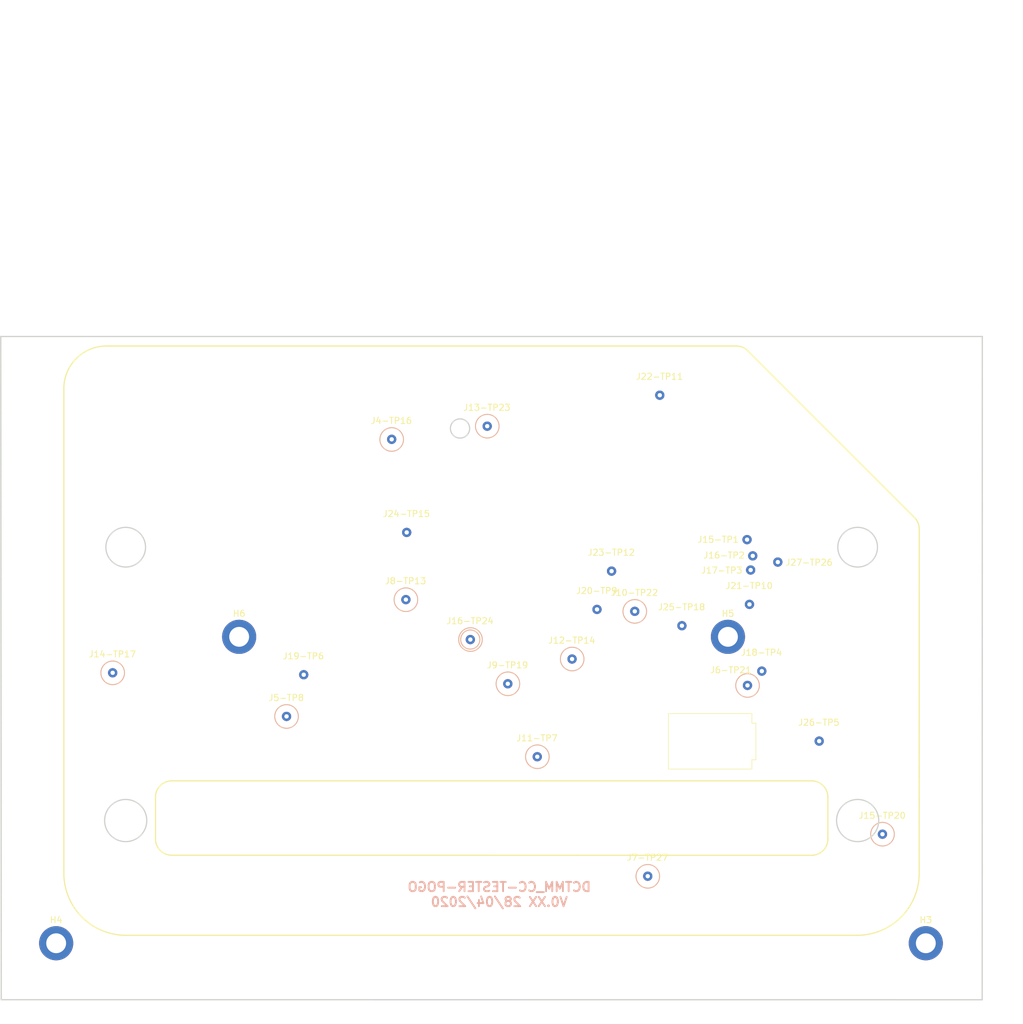
<source format=kicad_pcb>
(kicad_pcb (version 20171130) (host pcbnew "(5.1.5)-3")

  (general
    (thickness 1)
    (drawings 70)
    (tracks 0)
    (zones 0)
    (modules 30)
    (nets 27)
  )

  (page A4)
  (layers
    (0 F.Cu signal)
    (31 B.Cu signal)
    (32 B.Adhes user)
    (33 F.Adhes user)
    (34 B.Paste user)
    (35 F.Paste user)
    (36 B.SilkS user)
    (37 F.SilkS user)
    (38 B.Mask user)
    (39 F.Mask user)
    (40 Dwgs.User user)
    (41 Cmts.User user)
    (42 Eco1.User user)
    (43 Eco2.User user)
    (44 Edge.Cuts user)
    (45 Margin user)
    (46 B.CrtYd user)
    (47 F.CrtYd user)
    (48 B.Fab user)
    (49 F.Fab user)
  )

  (setup
    (last_trace_width 0.4)
    (user_trace_width 0.4)
    (trace_clearance 0.2)
    (zone_clearance 0.208)
    (zone_45_only no)
    (trace_min 0.2)
    (via_size 0.8)
    (via_drill 0.4)
    (via_min_size 0.4)
    (via_min_drill 0.3)
    (uvia_size 0.3)
    (uvia_drill 0.1)
    (uvias_allowed no)
    (uvia_min_size 0.2)
    (uvia_min_drill 0.1)
    (edge_width 0.2)
    (segment_width 0.2)
    (pcb_text_width 0.3)
    (pcb_text_size 1.5 1.5)
    (mod_edge_width 0.15)
    (mod_text_size 1 1)
    (mod_text_width 0.15)
    (pad_size 1.05 0.95)
    (pad_drill 0)
    (pad_to_mask_clearance 0.051)
    (solder_mask_min_width 0.25)
    (aux_axis_origin 0 0)
    (visible_elements 7FFDFFFF)
    (pcbplotparams
      (layerselection 0x010fc_ffffffff)
      (usegerberextensions true)
      (usegerberattributes false)
      (usegerberadvancedattributes false)
      (creategerberjobfile false)
      (excludeedgelayer false)
      (linewidth 0.150000)
      (plotframeref false)
      (viasonmask false)
      (mode 1)
      (useauxorigin true)
      (hpglpennumber 1)
      (hpglpenspeed 20)
      (hpglpendiameter 15.000000)
      (psnegative false)
      (psa4output false)
      (plotreference true)
      (plotvalue true)
      (plotinvisibletext false)
      (padsonsilk true)
      (subtractmaskfromsilk false)
      (outputformat 1)
      (mirror false)
      (drillshape 0)
      (scaleselection 1)
      (outputdirectory "gerber/V02/"))
  )

  (net 0 "")
  (net 1 GND)
  (net 2 "Net-(J15-Pad14)")
  (net 3 "Net-(J15-Pad13)")
  (net 4 "Net-(J15-Pad11)")
  (net 5 "Net-(J15-Pad10)")
  (net 6 "Net-(J15-Pad9)")
  (net 7 "Net-(J15-Pad8)")
  (net 8 "Net-(J15-Pad7)")
  (net 9 "Net-(J15-Pad6)")
  (net 10 "Net-(J15-Pad5)")
  (net 11 "Net-(J15-Pad3)")
  (net 12 "Net-(J15-Pad2)")
  (net 13 "Net-(J10-TP22-Pad1)")
  (net 14 "Net-(J11-TP7-Pad1)")
  (net 15 "Net-(J12-TP14-Pad1)")
  (net 16 "Net-(J13-TP23-Pad1)")
  (net 17 "Net-(J14-TP17-Pad1)")
  (net 18 "Net-(J15-TP20-Pad1)")
  (net 19 "Net-(J5-TP8-Pad1)")
  (net 20 "Net-(J6-TP21-Pad1)")
  (net 21 "Net-(J8-TP13-Pad1)")
  (net 22 "Net-(J9-TP19-Pad1)")
  (net 23 "Net-(D1-Pad1)")
  (net 24 /testpoints/TP5)
  (net 25 /testpoints/TP4)
  (net 26 /4067/RELAY12V)

  (net_class Default "This is the default net class."
    (clearance 0.2)
    (trace_width 0.25)
    (via_dia 0.8)
    (via_drill 0.4)
    (uvia_dia 0.3)
    (uvia_drill 0.1)
    (add_net /4067/RELAY12V)
    (add_net /testpoints/TP4)
    (add_net /testpoints/TP5)
    (add_net GND)
    (add_net "Net-(D1-Pad1)")
    (add_net "Net-(J10-TP22-Pad1)")
    (add_net "Net-(J11-TP7-Pad1)")
    (add_net "Net-(J12-TP14-Pad1)")
    (add_net "Net-(J13-TP23-Pad1)")
    (add_net "Net-(J14-TP17-Pad1)")
    (add_net "Net-(J15-Pad10)")
    (add_net "Net-(J15-Pad11)")
    (add_net "Net-(J15-Pad13)")
    (add_net "Net-(J15-Pad14)")
    (add_net "Net-(J15-Pad2)")
    (add_net "Net-(J15-Pad3)")
    (add_net "Net-(J15-Pad5)")
    (add_net "Net-(J15-Pad6)")
    (add_net "Net-(J15-Pad7)")
    (add_net "Net-(J15-Pad8)")
    (add_net "Net-(J15-Pad9)")
    (add_net "Net-(J15-TP20-Pad1)")
    (add_net "Net-(J5-TP8-Pad1)")
    (add_net "Net-(J6-TP21-Pad1)")
    (add_net "Net-(J8-TP13-Pad1)")
    (add_net "Net-(J9-TP19-Pad1)")
  )

  (net_class rf ""
    (clearance 0.2)
    (trace_width 0.3)
    (via_dia 0.8)
    (via_drill 0.4)
    (uvia_dia 0.3)
    (uvia_drill 0.1)
  )

  (module MountingHole:MountingHole_3.2mm_M3_ISO14580_Pad (layer F.Cu) (tedit 56D1B4CB) (tstamp 5E874EF9)
    (at 115.5 111.9)
    (descr "Mounting Hole 3.2mm, M3, ISO14580")
    (tags "mounting hole 3.2mm m3 iso14580")
    (path /5E877F41)
    (attr virtual)
    (fp_text reference H6 (at 0 -3.75) (layer F.SilkS)
      (effects (font (size 1 1) (thickness 0.15)))
    )
    (fp_text value MountingHole (at 0 3.75) (layer F.Fab)
      (effects (font (size 1 1) (thickness 0.15)))
    )
    (fp_circle (center 0 0) (end 3 0) (layer F.CrtYd) (width 0.05))
    (fp_circle (center 0 0) (end 2.75 0) (layer Cmts.User) (width 0.15))
    (fp_text user %R (at 0.3 0) (layer F.Fab)
      (effects (font (size 1 1) (thickness 0.15)))
    )
    (pad 1 thru_hole circle (at 0 0) (size 5.5 5.5) (drill 3.2) (layers *.Cu *.Mask))
  )

  (module MountingHole:MountingHole_3.2mm_M3_ISO14580_Pad (layer F.Cu) (tedit 56D1B4CB) (tstamp 5E874EF1)
    (at 194.3 111.9)
    (descr "Mounting Hole 3.2mm, M3, ISO14580")
    (tags "mounting hole 3.2mm m3 iso14580")
    (path /5E877F47)
    (attr virtual)
    (fp_text reference H5 (at 0 -3.75) (layer F.SilkS)
      (effects (font (size 1 1) (thickness 0.15)))
    )
    (fp_text value MountingHole (at 0 3.75) (layer F.Fab)
      (effects (font (size 1 1) (thickness 0.15)))
    )
    (fp_circle (center 0 0) (end 3 0) (layer F.CrtYd) (width 0.05))
    (fp_circle (center 0 0) (end 2.75 0) (layer Cmts.User) (width 0.15))
    (fp_text user %R (at 0.3 0) (layer F.Fab)
      (effects (font (size 1 1) (thickness 0.15)))
    )
    (pad 1 thru_hole circle (at 0 0) (size 5.5 5.5) (drill 3.2) (layers *.Cu *.Mask))
  )

  (module MountingHole:MountingHole_3.2mm_M3_ISO14580_Pad (layer F.Cu) (tedit 56D1B4CB) (tstamp 5E874EE9)
    (at 86 161.3)
    (descr "Mounting Hole 3.2mm, M3, ISO14580")
    (tags "mounting hole 3.2mm m3 iso14580")
    (path /5E870C6C)
    (attr virtual)
    (fp_text reference H4 (at 0 -3.75) (layer F.SilkS)
      (effects (font (size 1 1) (thickness 0.15)))
    )
    (fp_text value MountingHole (at 0 3.75) (layer F.Fab)
      (effects (font (size 1 1) (thickness 0.15)))
    )
    (fp_circle (center 0 0) (end 3 0) (layer F.CrtYd) (width 0.05))
    (fp_circle (center 0 0) (end 2.75 0) (layer Cmts.User) (width 0.15))
    (fp_text user %R (at 0.3 0) (layer F.Fab)
      (effects (font (size 1 1) (thickness 0.15)))
    )
    (pad 1 thru_hole circle (at 0 0) (size 5.5 5.5) (drill 3.2) (layers *.Cu *.Mask))
  )

  (module MountingHole:MountingHole_3.2mm_M3_ISO14580_Pad (layer F.Cu) (tedit 56D1B4CB) (tstamp 5E874EE1)
    (at 226.2 161.3)
    (descr "Mounting Hole 3.2mm, M3, ISO14580")
    (tags "mounting hole 3.2mm m3 iso14580")
    (path /5E86F871)
    (attr virtual)
    (fp_text reference H3 (at 0 -3.75) (layer F.SilkS)
      (effects (font (size 1 1) (thickness 0.15)))
    )
    (fp_text value MountingHole (at 0 3.75) (layer F.Fab)
      (effects (font (size 1 1) (thickness 0.15)))
    )
    (fp_circle (center 0 0) (end 3 0) (layer F.CrtYd) (width 0.05))
    (fp_circle (center 0 0) (end 2.75 0) (layer Cmts.User) (width 0.15))
    (fp_text user %R (at 0.3 0) (layer F.Fab)
      (effects (font (size 1 1) (thickness 0.15)))
    )
    (pad 1 thru_hole circle (at 0 0) (size 5.5 5.5) (drill 3.2) (layers *.Cu *.Mask))
  )

  (module "MM:P50-E-120-G(Pogo)_0.7mmHole_1.5mmPad" locked (layer F.Cu) (tedit 5E3AB56C) (tstamp 5E3C71F1)
    (at 209.01 128.71)
    (path /5E3DBE35/5E3E0E02)
    (fp_text reference J26-TP5 (at -0.05 -3) (layer F.SilkS)
      (effects (font (size 1 1) (thickness 0.15)))
    )
    (fp_text value Conn_01x01_Male (at 0 -4.45) (layer F.Fab)
      (effects (font (size 1 1) (thickness 0.15)))
    )
    (pad 1 thru_hole circle (at 0 0) (size 1.5 1.5) (drill 0.7) (layers *.Cu *.Mask)
      (net 3 "Net-(J15-Pad13)") (solder_mask_margin 0.5) (zone_connect 1) (thermal_width 0.3) (thermal_gap 0.25))
  )

  (module "MM:P50-E-120-G(Pogo)_0.7mmHole_1.5mmPad" locked (layer F.Cu) (tedit 5E3AB56C) (tstamp 5E3BCEA9)
    (at 158.81 119.47)
    (path /5E3BA6A3/5E3C0F5A)
    (fp_text reference J9-TP19 (at -0.05 -3) (layer F.SilkS)
      (effects (font (size 1 1) (thickness 0.15)))
    )
    (fp_text value Conn_01x01_Male (at 0 -4.45) (layer F.Fab)
      (effects (font (size 1 1) (thickness 0.15)))
    )
    (pad 1 thru_hole circle (at 0 0) (size 1.5 1.5) (drill 0.7) (layers *.Cu *.Mask)
      (net 22 "Net-(J9-TP19-Pad1)") (solder_mask_margin 0.5) (zone_connect 1) (thermal_width 0.3) (thermal_gap 0.25))
  )

  (module "MM:P50-E-120-G(Pogo)_0.7mmHole_1.5mmPad" locked (layer F.Cu) (tedit 5E3AB56C) (tstamp 5E3BCEA4)
    (at 142.38 105.9)
    (path /5E3BA6A3/5E3C0F54)
    (fp_text reference J8-TP13 (at -0.05 -3) (layer F.SilkS)
      (effects (font (size 1 1) (thickness 0.15)))
    )
    (fp_text value Conn_01x01_Male (at 0 -4.45) (layer F.Fab)
      (effects (font (size 1 1) (thickness 0.15)))
    )
    (pad 1 thru_hole circle (at 0 0) (size 1.5 1.5) (drill 0.7) (layers *.Cu *.Mask)
      (net 21 "Net-(J8-TP13-Pad1)") (solder_mask_margin 0.5) (zone_connect 1) (thermal_width 0.3) (thermal_gap 0.25))
  )

  (module "MM:P50-E-120-G(Pogo)_0.7mmHole_1.5mmPad" locked (layer F.Cu) (tedit 5E3AB56C) (tstamp 5E3BCE9F)
    (at 181.37 150.49)
    (path /5E3BA6A3/5E3C0F4E)
    (fp_text reference J7-TP27 (at -0.05 -3) (layer F.SilkS)
      (effects (font (size 1 1) (thickness 0.15)))
    )
    (fp_text value Conn_01x01_Male (at 0 -4.45) (layer F.Fab)
      (effects (font (size 1 1) (thickness 0.15)))
    )
    (pad 1 thru_hole circle (at 0 0) (size 1.5 1.5) (drill 0.7) (layers *.Cu *.Mask)
      (net 23 "Net-(D1-Pad1)") (solder_mask_margin 0.5) (zone_connect 1) (thermal_width 0.3) (thermal_gap 0.25))
  )

  (module "MM:P50-E-120-G(Pogo)_0.7mmHole_1.5mmPad" locked (layer F.Cu) (tedit 5E3AB56C) (tstamp 5E3BD72B)
    (at 197.45 119.73)
    (path /5E3BA6A3/5E3BF5A5)
    (fp_text reference J6-TP21 (at -2.7 -2.47) (layer F.SilkS)
      (effects (font (size 1 1) (thickness 0.15)))
    )
    (fp_text value Conn_01x01_Male (at 0 -4.45) (layer F.Fab)
      (effects (font (size 1 1) (thickness 0.15)))
    )
    (pad 1 thru_hole circle (at 0 0) (size 1.5 1.5) (drill 0.7) (layers *.Cu *.Mask)
      (net 20 "Net-(J6-TP21-Pad1)") (solder_mask_margin 0.5) (zone_connect 1) (thermal_width 0.3) (thermal_gap 0.25))
  )

  (module "MM:P50-E-120-G(Pogo)_0.7mmHole_1.5mmPad" locked (layer F.Cu) (tedit 5E3AB56C) (tstamp 5E3BD2BF)
    (at 123.14 124.73)
    (path /5E3BA6A3/5E3BF3CE)
    (fp_text reference J5-TP8 (at -0.05 -3) (layer F.SilkS)
      (effects (font (size 1 1) (thickness 0.15)))
    )
    (fp_text value Conn_01x01_Male (at 0 -4.45) (layer F.Fab)
      (effects (font (size 1 1) (thickness 0.15)))
    )
    (pad 1 thru_hole circle (at 0 0) (size 1.5 1.5) (drill 0.7) (layers *.Cu *.Mask)
      (net 19 "Net-(J5-TP8-Pad1)") (solder_mask_margin 0.5) (zone_connect 1) (thermal_width 0.3) (thermal_gap 0.25))
  )

  (module "MM:P50-E-120-G(Pogo)_0.7mmHole_1.5mmPad" locked (layer F.Cu) (tedit 5E3AB56C) (tstamp 5E3BCE47)
    (at 140.09 80.06)
    (path /5E3BA6A3/5E3BE096)
    (fp_text reference J4-TP16 (at -0.05 -3) (layer F.SilkS)
      (effects (font (size 1 1) (thickness 0.15)))
    )
    (fp_text value Conn_01x01_Male (at 0 -4.45) (layer F.Fab)
      (effects (font (size 1 1) (thickness 0.15)))
    )
    (pad 1 thru_hole circle (at 0 0) (size 1.5 1.5) (drill 0.7) (layers *.Cu *.Mask)
      (net 26 /4067/RELAY12V) (solder_mask_margin 0.5) (zone_connect 1) (thermal_width 0.3) (thermal_gap 0.25))
  )

  (module "MM:P50-E-120-G(Pogo)_0.7mmHole_1.5mmPad" locked (layer F.Cu) (tedit 5E3AB56C) (tstamp 5E3BCE3D)
    (at 202.34 99.85)
    (path /5E3DBE35/5E3E0E08)
    (fp_text reference J27-TP26 (at 5.04 0.07) (layer F.SilkS)
      (effects (font (size 1 1) (thickness 0.15)))
    )
    (fp_text value Conn_01x01_Male (at 0 -4.45) (layer F.Fab)
      (effects (font (size 1 1) (thickness 0.15)))
    )
    (pad 1 thru_hole circle (at 0 0) (size 1.5 1.5) (drill 0.7) (layers *.Cu *.Mask)
      (net 2 "Net-(J15-Pad14)") (solder_mask_margin 0.5) (zone_connect 1) (thermal_width 0.3) (thermal_gap 0.25))
  )

  (module "MM:P50-E-120-G(Pogo)_0.7mmHole_1.5mmPad" locked (layer F.Cu) (tedit 5E3AB56C) (tstamp 5E3BCE33)
    (at 186.88 110.11)
    (path /5E3DBE35/5E3DEA88)
    (fp_text reference J25-TP18 (at -0.05 -3) (layer F.SilkS)
      (effects (font (size 1 1) (thickness 0.15)))
    )
    (fp_text value Conn_01x01_Male (at 0 -4.45) (layer F.Fab)
      (effects (font (size 1 1) (thickness 0.15)))
    )
    (pad 1 thru_hole circle (at 0 0) (size 1.5 1.5) (drill 0.7) (layers *.Cu *.Mask)
      (net 24 /testpoints/TP5) (solder_mask_margin 0.5) (zone_connect 1) (thermal_width 0.3) (thermal_gap 0.25))
  )

  (module "MM:P50-E-120-G(Pogo)_0.7mmHole_1.5mmPad" locked (layer F.Cu) (tedit 5E3AB56C) (tstamp 5E3BCE2E)
    (at 142.51 95.07)
    (path /5E3DBE35/5E3DEA82)
    (fp_text reference J24-TP15 (at -0.05 -3) (layer F.SilkS)
      (effects (font (size 1 1) (thickness 0.15)))
    )
    (fp_text value Conn_01x01_Male (at 0 -4.45) (layer F.Fab)
      (effects (font (size 1 1) (thickness 0.15)))
    )
    (pad 1 thru_hole circle (at 0 0) (size 1.5 1.5) (drill 0.7) (layers *.Cu *.Mask)
      (net 4 "Net-(J15-Pad11)") (solder_mask_margin 0.5) (zone_connect 1) (thermal_width 0.3) (thermal_gap 0.25))
  )

  (module "MM:P50-E-120-G(Pogo)_0.7mmHole_1.5mmPad" locked (layer F.Cu) (tedit 5E3AB56C) (tstamp 5E3BCE29)
    (at 175.54 101.31)
    (path /5E3DBE35/5E3DEA7C)
    (fp_text reference J23-TP12 (at -0.05 -3) (layer F.SilkS)
      (effects (font (size 1 1) (thickness 0.15)))
    )
    (fp_text value Conn_01x01_Male (at 0 -4.45) (layer F.Fab)
      (effects (font (size 1 1) (thickness 0.15)))
    )
    (pad 1 thru_hole circle (at 0 0) (size 1.5 1.5) (drill 0.7) (layers *.Cu *.Mask)
      (net 5 "Net-(J15-Pad10)") (solder_mask_margin 0.5) (zone_connect 1) (thermal_width 0.3) (thermal_gap 0.25))
  )

  (module "MM:P50-E-120-G(Pogo)_0.7mmHole_1.5mmPad" locked (layer F.Cu) (tedit 5E3AB56C) (tstamp 5E3BCE24)
    (at 183.31 72.95)
    (path /5E3DBE35/5E3DEA76)
    (fp_text reference J22-TP11 (at -0.05 -3) (layer F.SilkS)
      (effects (font (size 1 1) (thickness 0.15)))
    )
    (fp_text value Conn_01x01_Male (at 0 -4.45) (layer F.Fab)
      (effects (font (size 1 1) (thickness 0.15)))
    )
    (pad 1 thru_hole circle (at 0 0) (size 1.5 1.5) (drill 0.7) (layers *.Cu *.Mask)
      (net 6 "Net-(J15-Pad9)") (solder_mask_margin 0.5) (zone_connect 1) (thermal_width 0.3) (thermal_gap 0.25))
  )

  (module "MM:P50-E-120-G(Pogo)_0.7mmHole_1.5mmPad" locked (layer F.Cu) (tedit 5E3AB56C) (tstamp 5E3BCE1F)
    (at 197.77 106.67)
    (path /5E3DBE35/5E3DEA70)
    (fp_text reference J21-TP10 (at -0.05 -3) (layer F.SilkS)
      (effects (font (size 1 1) (thickness 0.15)))
    )
    (fp_text value Conn_01x01_Male (at 0 -4.45) (layer F.Fab)
      (effects (font (size 1 1) (thickness 0.15)))
    )
    (pad 1 thru_hole circle (at 0 0) (size 1.5 1.5) (drill 0.7) (layers *.Cu *.Mask)
      (net 7 "Net-(J15-Pad8)") (solder_mask_margin 0.5) (zone_connect 1) (thermal_width 0.3) (thermal_gap 0.25))
  )

  (module "MM:P50-E-120-G(Pogo)_0.7mmHole_1.5mmPad" locked (layer F.Cu) (tedit 5E3AB56C) (tstamp 5E3BCE1A)
    (at 173.19 107.48)
    (path /5E3DBE35/5E3DEA6A)
    (fp_text reference J20-TP9 (at -0.05 -3) (layer F.SilkS)
      (effects (font (size 1 1) (thickness 0.15)))
    )
    (fp_text value Conn_01x01_Male (at 0 -4.45) (layer F.Fab)
      (effects (font (size 1 1) (thickness 0.15)))
    )
    (pad 1 thru_hole circle (at 0 0) (size 1.5 1.5) (drill 0.7) (layers *.Cu *.Mask)
      (net 8 "Net-(J15-Pad7)") (solder_mask_margin 0.5) (zone_connect 1) (thermal_width 0.3) (thermal_gap 0.25))
  )

  (module "MM:P50-E-120-G(Pogo)_0.7mmHole_1.5mmPad" locked (layer F.Cu) (tedit 5E3AB56C) (tstamp 5E3BD874)
    (at 125.91 118.01)
    (path /5E3DBE35/5E3DEA64)
    (fp_text reference J19-TP6 (at -0.05 -3) (layer F.SilkS)
      (effects (font (size 1 1) (thickness 0.15)))
    )
    (fp_text value Conn_01x01_Male (at 0 -4.45) (layer F.Fab)
      (effects (font (size 1 1) (thickness 0.15)))
    )
    (pad 1 thru_hole circle (at 0 0) (size 1.5 1.5) (drill 0.7) (layers *.Cu *.Mask)
      (net 9 "Net-(J15-Pad6)") (solder_mask_margin 0.5) (zone_connect 1) (thermal_width 0.3) (thermal_gap 0.25))
  )

  (module "MM:P50-E-120-G(Pogo)_0.7mmHole_1.5mmPad" locked (layer F.Cu) (tedit 5E3AB56C) (tstamp 5E3BCE10)
    (at 199.76 117.43)
    (path /5E3DBE35/5E3DEA5E)
    (fp_text reference J18-TP4 (at -0.05 -3) (layer F.SilkS)
      (effects (font (size 1 1) (thickness 0.15)))
    )
    (fp_text value Conn_01x01_Male (at 0 -4.45) (layer F.Fab)
      (effects (font (size 1 1) (thickness 0.15)))
    )
    (pad 1 thru_hole circle (at 0 0) (size 1.5 1.5) (drill 0.7) (layers *.Cu *.Mask)
      (net 10 "Net-(J15-Pad5)") (solder_mask_margin 0.5) (zone_connect 1) (thermal_width 0.3) (thermal_gap 0.25))
  )

  (module "MM:P50-E-120-G(Pogo)_0.7mmHole_1.5mmPad" locked (layer F.Cu) (tedit 5E3AB56C) (tstamp 5E3BCE0B)
    (at 197.96 101.13)
    (path /5E3DBE35/5E3DEA58)
    (fp_text reference J17-TP3 (at -4.66 0.06) (layer F.SilkS)
      (effects (font (size 1 1) (thickness 0.15)))
    )
    (fp_text value Conn_01x01_Male (at 0 -4.45) (layer F.Fab)
      (effects (font (size 1 1) (thickness 0.15)))
    )
    (pad 1 thru_hole circle (at 0 0) (size 1.5 1.5) (drill 0.7) (layers *.Cu *.Mask)
      (net 25 /testpoints/TP4) (solder_mask_margin 0.5) (zone_connect 1) (thermal_width 0.3) (thermal_gap 0.25))
  )

  (module "MM:P50-E-120-G(Pogo)_0.7mmHole_1.5mmPad" locked (layer F.Cu) (tedit 5E3AB56C) (tstamp 5E3BCE06)
    (at 152.77 112.34)
    (path /5E3BA6A3/5E3C66C3)
    (fp_text reference J16-TP24 (at -0.05 -3) (layer F.SilkS)
      (effects (font (size 1 1) (thickness 0.15)))
    )
    (fp_text value Conn_01x01_Male (at 0 -4.45) (layer F.Fab)
      (effects (font (size 1 1) (thickness 0.15)))
    )
    (pad 1 thru_hole circle (at 0 0) (size 1.5 1.5) (drill 0.7) (layers *.Cu *.Mask)
      (net 1 GND) (solder_mask_margin 0.5) (zone_connect 1) (thermal_width 0.3) (thermal_gap 0.25))
  )

  (module "MM:P50-E-120-G(Pogo)_0.7mmHole_1.5mmPad" locked (layer F.Cu) (tedit 5E3AB56C) (tstamp 5E3BCE01)
    (at 198.3 98.85)
    (path /5E3DBE35/5E3DEA52)
    (fp_text reference J16-TP2 (at -4.62 -0.09) (layer F.SilkS)
      (effects (font (size 1 1) (thickness 0.15)))
    )
    (fp_text value Conn_01x01_Male (at 0 -4.45) (layer F.Fab)
      (effects (font (size 1 1) (thickness 0.15)))
    )
    (pad 1 thru_hole circle (at 0 0) (size 1.5 1.5) (drill 0.7) (layers *.Cu *.Mask)
      (net 11 "Net-(J15-Pad3)") (solder_mask_margin 0.5) (zone_connect 1) (thermal_width 0.3) (thermal_gap 0.25))
  )

  (module "MM:P50-E-120-G(Pogo)_0.7mmHole_1.5mmPad" locked (layer F.Cu) (tedit 5E3AB56C) (tstamp 5E3BCDFC)
    (at 219.21 143.72)
    (path /5E3BA6A3/5E3C3E68)
    (fp_text reference J15-TP20 (at -0.05 -3) (layer F.SilkS)
      (effects (font (size 1 1) (thickness 0.15)))
    )
    (fp_text value Conn_01x01_Male (at 0 -4.45) (layer F.Fab)
      (effects (font (size 1 1) (thickness 0.15)))
    )
    (pad 1 thru_hole circle (at 0 0) (size 1.5 1.5) (drill 0.7) (layers *.Cu *.Mask)
      (net 18 "Net-(J15-TP20-Pad1)") (solder_mask_margin 0.5) (zone_connect 1) (thermal_width 0.3) (thermal_gap 0.25))
  )

  (module "MM:P50-E-120-G(Pogo)_0.7mmHole_1.5mmPad" locked (layer F.Cu) (tedit 5E3AB56C) (tstamp 5E3BCDF7)
    (at 197.38 96.23)
    (path /5E3DBE35/5E3DEA4C)
    (fp_text reference J15-TP1 (at -4.66 -0.01) (layer F.SilkS)
      (effects (font (size 1 1) (thickness 0.15)))
    )
    (fp_text value Conn_01x01_Male (at 0 -4.45) (layer F.Fab)
      (effects (font (size 1 1) (thickness 0.15)))
    )
    (pad 1 thru_hole circle (at 0 0) (size 1.5 1.5) (drill 0.7) (layers *.Cu *.Mask)
      (net 12 "Net-(J15-Pad2)") (solder_mask_margin 0.5) (zone_connect 1) (thermal_width 0.3) (thermal_gap 0.25))
  )

  (module "MM:P50-E-120-G(Pogo)_0.7mmHole_1.5mmPad" locked (layer F.Cu) (tedit 5E3AB56C) (tstamp 5E3BCDF2)
    (at 95.11 117.7)
    (path /5E3BA6A3/5E3C3E62)
    (fp_text reference J14-TP17 (at -0.05 -3) (layer F.SilkS)
      (effects (font (size 1 1) (thickness 0.15)))
    )
    (fp_text value Conn_01x01_Male (at 0 -4.45) (layer F.Fab)
      (effects (font (size 1 1) (thickness 0.15)))
    )
    (pad 1 thru_hole circle (at 0 0) (size 1.5 1.5) (drill 0.7) (layers *.Cu *.Mask)
      (net 17 "Net-(J14-TP17-Pad1)") (solder_mask_margin 0.5) (zone_connect 1) (thermal_width 0.3) (thermal_gap 0.25))
  )

  (module "MM:P50-E-120-G(Pogo)_0.7mmHole_1.5mmPad" locked (layer F.Cu) (tedit 5E3AB56C) (tstamp 5E3BCDED)
    (at 155.49 77.94)
    (path /5E3BA6A3/5E3C3E5C)
    (fp_text reference J13-TP23 (at -0.05 -3) (layer F.SilkS)
      (effects (font (size 1 1) (thickness 0.15)))
    )
    (fp_text value Conn_01x01_Male (at 0 -4.45) (layer F.Fab)
      (effects (font (size 1 1) (thickness 0.15)))
    )
    (pad 1 thru_hole circle (at 0 0) (size 1.5 1.5) (drill 0.7) (layers *.Cu *.Mask)
      (net 16 "Net-(J13-TP23-Pad1)") (solder_mask_margin 0.5) (zone_connect 1) (thermal_width 0.3) (thermal_gap 0.25))
  )

  (module "MM:P50-E-120-G(Pogo)_0.7mmHole_1.5mmPad" locked (layer F.Cu) (tedit 5E3AB56C) (tstamp 5E3BCDE8)
    (at 169.17 115.48)
    (path /5E3BA6A3/5E3C3E56)
    (fp_text reference J12-TP14 (at -0.05 -3) (layer F.SilkS)
      (effects (font (size 1 1) (thickness 0.15)))
    )
    (fp_text value Conn_01x01_Male (at 0 -4.45) (layer F.Fab)
      (effects (font (size 1 1) (thickness 0.15)))
    )
    (pad 1 thru_hole circle (at 0 0) (size 1.5 1.5) (drill 0.7) (layers *.Cu *.Mask)
      (net 15 "Net-(J12-TP14-Pad1)") (solder_mask_margin 0.5) (zone_connect 1) (thermal_width 0.3) (thermal_gap 0.25))
  )

  (module "MM:P50-E-120-G(Pogo)_0.7mmHole_1.5mmPad" locked (layer F.Cu) (tedit 5E3AB56C) (tstamp 5E3BD70B)
    (at 163.56 131.23)
    (path /5E3BA6A3/5E3C3E50)
    (fp_text reference J11-TP7 (at -0.05 -3) (layer F.SilkS)
      (effects (font (size 1 1) (thickness 0.15)))
    )
    (fp_text value Conn_01x01_Male (at 0 -4.45) (layer F.Fab)
      (effects (font (size 1 1) (thickness 0.15)))
    )
    (pad 1 thru_hole circle (at 0 0) (size 1.5 1.5) (drill 0.7) (layers *.Cu *.Mask)
      (net 14 "Net-(J11-TP7-Pad1)") (solder_mask_margin 0.5) (zone_connect 1) (thermal_width 0.3) (thermal_gap 0.25))
  )

  (module "MM:P50-E-120-G(Pogo)_0.7mmHole_1.5mmPad" locked (layer F.Cu) (tedit 5E3AB56C) (tstamp 5E3BCDDE)
    (at 179.28 107.79)
    (path /5E3BA6A3/5E3C3E4A)
    (fp_text reference J10-TP22 (at -0.05 -3) (layer F.SilkS)
      (effects (font (size 1 1) (thickness 0.15)))
    )
    (fp_text value Conn_01x01_Male (at 0 -4.45) (layer F.Fab)
      (effects (font (size 1 1) (thickness 0.15)))
    )
    (pad 1 thru_hole circle (at 0 0) (size 1.5 1.5) (drill 0.7) (layers *.Cu *.Mask)
      (net 13 "Net-(J10-TP22-Pad1)") (solder_mask_margin 0.5) (zone_connect 1) (thermal_width 0.3) (thermal_gap 0.25))
  )

  (gr_circle (center 155.5 77.94) (end 157.08 76.88) (layer B.SilkS) (width 0.15) (tstamp 5EA7F914))
  (gr_circle (center 140.09 80.09) (end 141.67 79.03) (layer B.SilkS) (width 0.15) (tstamp 5EA7F914))
  (gr_circle (center 179.28 107.8) (end 180.86 106.74) (layer B.SilkS) (width 0.15) (tstamp 5EA7F914))
  (gr_circle (center 142.38 105.92) (end 143.96 104.86) (layer B.SilkS) (width 0.15) (tstamp 5EA7F914))
  (gr_circle (center 152.757772 112.34) (end 154.057772 111.5) (layer B.SilkS) (width 0.15) (tstamp 5EA7F914))
  (gr_circle (center 152.8 112.34) (end 154.38 111.28) (layer B.SilkS) (width 0.15) (tstamp 5EA7F914))
  (gr_circle (center 158.83 119.47) (end 160.41 118.41) (layer B.SilkS) (width 0.15) (tstamp 5EA7F914))
  (gr_circle (center 169.19 115.48) (end 170.77 114.42) (layer B.SilkS) (width 0.15) (tstamp 5EA7F914))
  (gr_circle (center 197.46 119.74) (end 199.04 118.68) (layer B.SilkS) (width 0.15) (tstamp 5EA7F914))
  (gr_circle (center 219.22 143.72) (end 220.8 142.66) (layer B.SilkS) (width 0.15) (tstamp 5EA7F914))
  (gr_circle (center 163.58 131.23) (end 165.16 130.17) (layer B.SilkS) (width 0.15) (tstamp 5EA7F914))
  (gr_circle (center 181.38 150.51) (end 182.96 149.45) (layer B.SilkS) (width 0.15) (tstamp 5EA7F914))
  (gr_circle (center 123.14 124.74) (end 124.72 123.68) (layer B.SilkS) (width 0.15) (tstamp 5EA7F914))
  (gr_circle (center 95.11 117.71) (end 96.69 116.65) (layer B.SilkS) (width 0.15) (tstamp 5EA7F911))
  (gr_circle (center 155.5 77.94) (end 157.08 79) (layer F.SilkS) (width 0.15) (tstamp 5EA7F863))
  (gr_circle (center 140.09 80.07) (end 141.67 81.13) (layer F.SilkS) (width 0.15) (tstamp 5EA7F863))
  (gr_circle (center 95.12 117.7) (end 96.7 118.76) (layer F.SilkS) (width 0.15) (tstamp 5EA7F863))
  (gr_circle (center 123.15 124.73) (end 124.73 125.79) (layer F.SilkS) (width 0.15) (tstamp 5EA7F863))
  (gr_circle (center 142.39 105.91) (end 143.97 106.97) (layer F.SilkS) (width 0.15) (tstamp 5EA7F863))
  (gr_circle (center 152.77 112.34) (end 154.05 113.19) (layer F.SilkS) (width 0.15) (tstamp 5EA7F863))
  (gr_circle (center 152.77 112.34) (end 154.35 113.4) (layer F.SilkS) (width 0.15) (tstamp 5EA7F863))
  (gr_circle (center 169.18 115.48) (end 170.76 116.54) (layer F.SilkS) (width 0.15) (tstamp 5EA7F863))
  (gr_circle (center 179.28 107.8) (end 180.86 108.86) (layer F.SilkS) (width 0.15) (tstamp 5EA7F863))
  (gr_circle (center 219.21 143.72) (end 220.79 144.78) (layer F.SilkS) (width 0.15) (tstamp 5EA7F863))
  (gr_circle (center 181.38 150.5) (end 182.96 151.56) (layer F.SilkS) (width 0.15) (tstamp 5EA7F863))
  (gr_circle (center 158.82 119.48) (end 160.4 120.54) (layer F.SilkS) (width 0.15) (tstamp 5EA7F863))
  (gr_circle (center 163.57 131.23) (end 165.15 132.29) (layer F.SilkS) (width 0.15) (tstamp 5EA7F863))
  (gr_circle (center 197.46 119.74) (end 199.04 120.8) (layer F.SilkS) (width 0.15))
  (dimension 106.950004 (width 0.15) (layer Dwgs.User)
    (gr_text "106,950 mm" (at 238.204987 116.934178 270.0160717) (layer Dwgs.User)
      (effects (font (size 1 1) (thickness 0.15)))
    )
    (feature1 (pts (xy 235.29 170.41) (xy 237.506408 170.409378)))
    (feature2 (pts (xy 235.26 63.46) (xy 237.476408 63.459378)))
    (crossbar (pts (xy 236.889987 63.459543) (xy 236.919987 170.409543)))
    (arrow1a (pts (xy 236.919987 170.409543) (xy 236.33325 169.283204)))
    (arrow1b (pts (xy 236.919987 170.409543) (xy 237.506092 169.282875)))
    (arrow2a (pts (xy 236.889987 63.459543) (xy 236.303882 64.586211)))
    (arrow2b (pts (xy 236.889987 63.459543) (xy 237.476724 64.585882)))
  )
  (gr_line (start 235.31 63.48) (end 235.29 170.41) (layer Edge.Cuts) (width 0.2) (tstamp 5EA7F332))
  (gr_line (start 77.07 63.48) (end 235.31 63.48) (layer Edge.Cuts) (width 0.2))
  (gr_line (start 77.15 170.4) (end 77.07 63.48) (layer Edge.Cuts) (width 0.2))
  (gr_line (start 104.63 135.12) (end 207.75 135.12) (layer F.SilkS) (width 0.2))
  (gr_line (start 235.33 9.31) (end 77.03 9.37) (layer Dwgs.User) (width 0.15))
  (gr_line (start 235.29 170.41) (end 235.33 9.31) (layer Dwgs.User) (width 0.15))
  (gr_line (start 77.15 170.41) (end 235.29 170.41) (layer Dwgs.User) (width 0.15))
  (gr_line (start 77.02 9.38) (end 77.15 170.41) (layer Dwgs.User) (width 0.15))
  (gr_line (start 195.64 65.02) (end 94.18 65.02) (layer F.SilkS) (width 0.2))
  (gr_text "DCTMM_CC-TESTER-POGO\nV0.XX 28/04/2020" (at 157.44 153.44) (layer B.SilkS)
    (effects (font (size 1.5 1.5) (thickness 0.3)) (justify mirror))
  )
  (dimension 158.26 (width 0.15) (layer Dwgs.User)
    (gr_text "158.260 mm" (at 156.18 174.95) (layer Dwgs.User)
      (effects (font (size 1 1) (thickness 0.15)))
    )
    (feature1 (pts (xy 235.31 170.4) (xy 235.31 174.236421)))
    (feature2 (pts (xy 77.05 170.4) (xy 77.05 174.236421)))
    (crossbar (pts (xy 77.05 173.65) (xy 235.31 173.65)))
    (arrow1a (pts (xy 235.31 173.65) (xy 234.183496 174.236421)))
    (arrow1b (pts (xy 235.31 173.65) (xy 234.183496 173.063579)))
    (arrow2a (pts (xy 77.05 173.65) (xy 78.176504 174.236421)))
    (arrow2b (pts (xy 77.05 173.65) (xy 78.176504 173.063579)))
  )
  (gr_line (start 77.15 170.4) (end 235.29 170.41) (layer Edge.Cuts) (width 0.2))
  (gr_circle (center 151.11 78.311679) (end 152.66 78.311679) (layer Edge.Cuts) (width 0.2))
  (gr_arc (start 94.090458 71.870018) (end 94.16 65.02) (angle -90.5) (layer F.SilkS) (width 0.2) (tstamp 5CA6B357))
  (gr_arc (start 104.63 144.490001) (end 102.01 144.49) (angle -90.9) (layer F.SilkS) (width 0.2) (tstamp 5CA667DD))
  (gr_line (start 102.01 137.78) (end 102.01 144.49) (layer F.SilkS) (width 0.2) (tstamp 5CA667DC))
  (gr_arc (start 104.629695 137.74) (end 104.629695 135.12) (angle -90.9) (layer F.SilkS) (width 0.2) (tstamp 5CA667DB))
  (gr_circle (center 97.21 141.52) (end 100.61 141.52) (layer Edge.Cuts) (width 0.2) (tstamp 5CA667C1))
  (gr_line (start 210.41 144.46) (end 210.41 137.74) (layer F.SilkS) (width 0.2))
  (gr_arc (start 207.790305 144.5) (end 207.790305 147.12) (angle -90.9) (layer F.SilkS) (width 0.2) (tstamp 5CA66141))
  (gr_arc (start 207.789996 137.739695) (end 210.409996 137.739695) (angle -90.9) (layer F.SilkS) (width 0.2) (tstamp 5CA66139))
  (gr_circle (center 215.21 141.52) (end 218.61 141.52) (layer Edge.Cuts) (width 0.2) (tstamp 5CC4036B))
  (gr_line (start 198.16 125.82) (end 198.81 125.82) (layer F.SilkS) (width 0.1))
  (gr_line (start 198.16 124.27) (end 198.16 125.82) (layer F.SilkS) (width 0.1))
  (gr_line (start 184.71 124.27) (end 198.16 124.27) (layer F.SilkS) (width 0.1))
  (gr_line (start 184.71 133.22) (end 184.71 124.27) (layer F.SilkS) (width 0.1))
  (gr_line (start 198.16 133.22) (end 184.71 133.22) (layer F.SilkS) (width 0.1))
  (gr_line (start 198.16 131.72) (end 198.16 133.22) (layer F.SilkS) (width 0.1))
  (gr_line (start 198.81 131.72) (end 198.16 131.72) (layer F.SilkS) (width 0.1))
  (gr_line (start 198.81 125.82) (end 198.81 131.72) (layer F.SilkS) (width 0.1))
  (gr_arc (start 222.54 94.529046) (end 225.14 94.599045) (angle -45.9) (layer F.SilkS) (width 0.2) (tstamp 5C837501))
  (gr_line (start 224.4 92.71) (end 197.51 65.8) (layer F.SilkS) (width 0.2) (tstamp 5CED1A44))
  (gr_arc (start 195.659077 67.619998) (end 197.511695 65.795663) (angle -45.2) (layer F.SilkS) (width 0.2))
  (gr_circle (center 215.21 97.45) (end 218.41 97.45) (layer Edge.Cuts) (width 0.2) (tstamp 5C7B7BEE))
  (gr_circle (center 97.21 97.45) (end 100.41 97.45) (layer Edge.Cuts) (width 0.2))
  (gr_line (start 104.67 147.11) (end 207.79 147.12) (layer F.SilkS) (width 0.2))
  (gr_line (start 87.24 150.02) (end 87.24 71.86) (layer F.SilkS) (width 0.2))
  (gr_line (start 225.13 150.02) (end 225.14 94.6) (layer F.SilkS) (width 0.2) (tstamp 5CC403FE))
  (gr_line (start 97.24 160.02) (end 215.13 160.02) (layer F.SilkS) (width 0.2))
  (gr_arc (start 215.13 150.02) (end 215.13 160.02) (angle -90) (layer F.SilkS) (width 0.2) (tstamp 5C7B7B61))
  (gr_arc (start 97.24 150.02) (end 87.24 150.02) (angle -90) (layer F.SilkS) (width 0.2) (tstamp 5CC76AFF))

)

</source>
